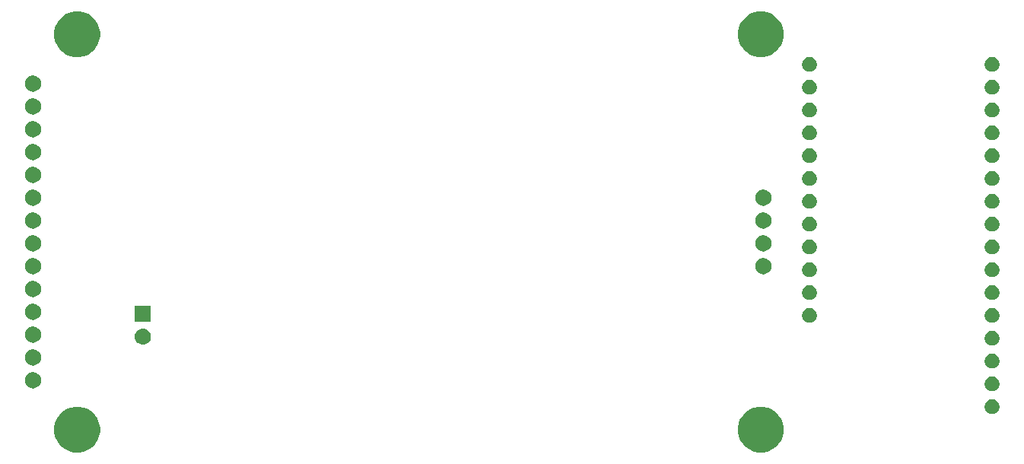
<source format=gbr>
G04 #@! TF.GenerationSoftware,KiCad,Pcbnew,(5.1.0)-1*
G04 #@! TF.CreationDate,2019-05-06T19:17:54+02:00*
G04 #@! TF.ProjectId,NesEMU,4e657345-4d55-42e6-9b69-6361645f7063,rev?*
G04 #@! TF.SameCoordinates,Original*
G04 #@! TF.FileFunction,Soldermask,Bot*
G04 #@! TF.FilePolarity,Negative*
%FSLAX46Y46*%
G04 Gerber Fmt 4.6, Leading zero omitted, Abs format (unit mm)*
G04 Created by KiCad (PCBNEW (5.1.0)-1) date 2019-05-06 19:17:54*
%MOMM*%
%LPD*%
G04 APERTURE LIST*
%ADD10C,0.100000*%
G04 APERTURE END LIST*
D10*
G36*
X84955099Y-105556634D02*
G01*
X85293355Y-105696744D01*
X85419353Y-105748934D01*
X85837169Y-106028110D01*
X86192492Y-106383433D01*
X86471668Y-106801249D01*
X86471669Y-106801251D01*
X86663968Y-107265503D01*
X86762001Y-107758348D01*
X86762001Y-108260854D01*
X86663968Y-108753699D01*
X86471669Y-109217951D01*
X86471668Y-109217953D01*
X86192492Y-109635769D01*
X85837169Y-109991092D01*
X85419353Y-110270268D01*
X85419352Y-110270269D01*
X85419351Y-110270269D01*
X84955099Y-110462568D01*
X84462254Y-110560601D01*
X83959748Y-110560601D01*
X83466903Y-110462568D01*
X83002651Y-110270269D01*
X83002650Y-110270269D01*
X83002649Y-110270268D01*
X82584833Y-109991092D01*
X82229510Y-109635769D01*
X81950334Y-109217953D01*
X81950333Y-109217951D01*
X81758034Y-108753699D01*
X81660001Y-108260854D01*
X81660001Y-107758348D01*
X81758034Y-107265503D01*
X81950333Y-106801251D01*
X81950334Y-106801249D01*
X82229510Y-106383433D01*
X82584833Y-106028110D01*
X83002649Y-105748934D01*
X83128647Y-105696744D01*
X83466903Y-105556634D01*
X83959748Y-105458601D01*
X84462254Y-105458601D01*
X84955099Y-105556634D01*
X84955099Y-105556634D01*
G37*
G36*
X161035099Y-105556634D02*
G01*
X161373355Y-105696744D01*
X161499353Y-105748934D01*
X161917169Y-106028110D01*
X162272492Y-106383433D01*
X162551668Y-106801249D01*
X162551669Y-106801251D01*
X162743968Y-107265503D01*
X162842001Y-107758348D01*
X162842001Y-108260854D01*
X162743968Y-108753699D01*
X162551669Y-109217951D01*
X162551668Y-109217953D01*
X162272492Y-109635769D01*
X161917169Y-109991092D01*
X161499353Y-110270268D01*
X161499352Y-110270269D01*
X161499351Y-110270269D01*
X161035099Y-110462568D01*
X160542254Y-110560601D01*
X160039748Y-110560601D01*
X159546903Y-110462568D01*
X159082651Y-110270269D01*
X159082650Y-110270269D01*
X159082649Y-110270268D01*
X158664833Y-109991092D01*
X158309510Y-109635769D01*
X158030334Y-109217953D01*
X158030333Y-109217951D01*
X157838034Y-108753699D01*
X157740001Y-108260854D01*
X157740001Y-107758348D01*
X157838034Y-107265503D01*
X158030333Y-106801251D01*
X158030334Y-106801249D01*
X158309510Y-106383433D01*
X158664833Y-106028110D01*
X159082649Y-105748934D01*
X159208647Y-105696744D01*
X159546903Y-105556634D01*
X160039748Y-105458601D01*
X160542254Y-105458601D01*
X161035099Y-105556634D01*
X161035099Y-105556634D01*
G37*
G36*
X186268143Y-104677843D02*
G01*
X186416102Y-104739130D01*
X186549256Y-104828100D01*
X186662502Y-104941346D01*
X186751472Y-105074500D01*
X186812759Y-105222459D01*
X186844001Y-105379526D01*
X186844001Y-105539676D01*
X186812759Y-105696743D01*
X186751472Y-105844702D01*
X186662502Y-105977856D01*
X186549256Y-106091102D01*
X186416102Y-106180072D01*
X186268143Y-106241359D01*
X186111076Y-106272601D01*
X185950926Y-106272601D01*
X185793859Y-106241359D01*
X185645900Y-106180072D01*
X185512746Y-106091102D01*
X185399500Y-105977856D01*
X185310530Y-105844702D01*
X185249243Y-105696743D01*
X185218001Y-105539676D01*
X185218001Y-105379526D01*
X185249243Y-105222459D01*
X185310530Y-105074500D01*
X185399500Y-104941346D01*
X185512746Y-104828100D01*
X185645900Y-104739130D01*
X185793859Y-104677843D01*
X185950926Y-104646601D01*
X186111076Y-104646601D01*
X186268143Y-104677843D01*
X186268143Y-104677843D01*
G37*
G36*
X186268143Y-102137843D02*
G01*
X186416102Y-102199130D01*
X186549256Y-102288100D01*
X186662502Y-102401346D01*
X186751472Y-102534500D01*
X186812759Y-102682459D01*
X186844001Y-102839526D01*
X186844001Y-102999676D01*
X186812759Y-103156743D01*
X186751472Y-103304702D01*
X186662502Y-103437856D01*
X186549256Y-103551102D01*
X186416102Y-103640072D01*
X186268143Y-103701359D01*
X186111076Y-103732601D01*
X185950926Y-103732601D01*
X185793859Y-103701359D01*
X185645900Y-103640072D01*
X185512746Y-103551102D01*
X185399500Y-103437856D01*
X185310530Y-103304702D01*
X185249243Y-103156743D01*
X185218001Y-102999676D01*
X185218001Y-102839526D01*
X185249243Y-102682459D01*
X185310530Y-102534500D01*
X185399500Y-102401346D01*
X185512746Y-102288100D01*
X185645900Y-102199130D01*
X185793859Y-102137843D01*
X185950926Y-102106601D01*
X186111076Y-102106601D01*
X186268143Y-102137843D01*
X186268143Y-102137843D01*
G37*
G36*
X79404513Y-101623528D02*
G01*
X79553813Y-101653225D01*
X79717785Y-101721145D01*
X79865355Y-101819748D01*
X79990854Y-101945247D01*
X80089457Y-102092817D01*
X80157377Y-102256789D01*
X80192001Y-102430860D01*
X80192001Y-102608342D01*
X80157377Y-102782413D01*
X80089457Y-102946385D01*
X79990854Y-103093955D01*
X79865355Y-103219454D01*
X79717785Y-103318057D01*
X79553813Y-103385977D01*
X79404513Y-103415674D01*
X79379743Y-103420601D01*
X79202259Y-103420601D01*
X79177489Y-103415674D01*
X79028189Y-103385977D01*
X78864217Y-103318057D01*
X78716647Y-103219454D01*
X78591148Y-103093955D01*
X78492545Y-102946385D01*
X78424625Y-102782413D01*
X78390001Y-102608342D01*
X78390001Y-102430860D01*
X78424625Y-102256789D01*
X78492545Y-102092817D01*
X78591148Y-101945247D01*
X78716647Y-101819748D01*
X78864217Y-101721145D01*
X79028189Y-101653225D01*
X79177489Y-101623528D01*
X79202259Y-101618601D01*
X79379743Y-101618601D01*
X79404513Y-101623528D01*
X79404513Y-101623528D01*
G37*
G36*
X186268143Y-99597843D02*
G01*
X186416102Y-99659130D01*
X186549256Y-99748100D01*
X186662502Y-99861346D01*
X186751472Y-99994500D01*
X186812759Y-100142459D01*
X186844001Y-100299526D01*
X186844001Y-100459676D01*
X186812759Y-100616743D01*
X186751472Y-100764702D01*
X186662502Y-100897856D01*
X186549256Y-101011102D01*
X186416102Y-101100072D01*
X186268143Y-101161359D01*
X186111076Y-101192601D01*
X185950926Y-101192601D01*
X185793859Y-101161359D01*
X185645900Y-101100072D01*
X185512746Y-101011102D01*
X185399500Y-100897856D01*
X185310530Y-100764702D01*
X185249243Y-100616743D01*
X185218001Y-100459676D01*
X185218001Y-100299526D01*
X185249243Y-100142459D01*
X185310530Y-99994500D01*
X185399500Y-99861346D01*
X185512746Y-99748100D01*
X185645900Y-99659130D01*
X185793859Y-99597843D01*
X185950926Y-99566601D01*
X186111076Y-99566601D01*
X186268143Y-99597843D01*
X186268143Y-99597843D01*
G37*
G36*
X79404513Y-99083528D02*
G01*
X79553813Y-99113225D01*
X79717785Y-99181145D01*
X79865355Y-99279748D01*
X79990854Y-99405247D01*
X80089457Y-99552817D01*
X80157377Y-99716789D01*
X80192001Y-99890860D01*
X80192001Y-100068342D01*
X80157377Y-100242413D01*
X80089457Y-100406385D01*
X79990854Y-100553955D01*
X79865355Y-100679454D01*
X79717785Y-100778057D01*
X79553813Y-100845977D01*
X79404513Y-100875674D01*
X79379743Y-100880601D01*
X79202259Y-100880601D01*
X79177489Y-100875674D01*
X79028189Y-100845977D01*
X78864217Y-100778057D01*
X78716647Y-100679454D01*
X78591148Y-100553955D01*
X78492545Y-100406385D01*
X78424625Y-100242413D01*
X78390001Y-100068342D01*
X78390001Y-99890860D01*
X78424625Y-99716789D01*
X78492545Y-99552817D01*
X78591148Y-99405247D01*
X78716647Y-99279748D01*
X78864217Y-99181145D01*
X79028189Y-99113225D01*
X79177489Y-99083528D01*
X79202259Y-99078601D01*
X79379743Y-99078601D01*
X79404513Y-99083528D01*
X79404513Y-99083528D01*
G37*
G36*
X186268143Y-97057843D02*
G01*
X186416102Y-97119130D01*
X186549256Y-97208100D01*
X186662502Y-97321346D01*
X186751472Y-97454500D01*
X186812759Y-97602459D01*
X186844001Y-97759526D01*
X186844001Y-97919676D01*
X186812759Y-98076743D01*
X186751472Y-98224702D01*
X186662502Y-98357856D01*
X186549256Y-98471102D01*
X186416102Y-98560072D01*
X186268143Y-98621359D01*
X186111076Y-98652601D01*
X185950926Y-98652601D01*
X185793859Y-98621359D01*
X185645900Y-98560072D01*
X185512746Y-98471102D01*
X185399500Y-98357856D01*
X185310530Y-98224702D01*
X185249243Y-98076743D01*
X185218001Y-97919676D01*
X185218001Y-97759526D01*
X185249243Y-97602459D01*
X185310530Y-97454500D01*
X185399500Y-97321346D01*
X185512746Y-97208100D01*
X185645900Y-97119130D01*
X185793859Y-97057843D01*
X185950926Y-97026601D01*
X186111076Y-97026601D01*
X186268143Y-97057843D01*
X186268143Y-97057843D01*
G37*
G36*
X91626642Y-96768518D02*
G01*
X91692827Y-96775037D01*
X91862666Y-96826557D01*
X92019191Y-96910222D01*
X92054929Y-96939552D01*
X92156386Y-97022814D01*
X92235429Y-97119130D01*
X92268978Y-97160009D01*
X92352643Y-97316534D01*
X92404163Y-97486373D01*
X92421559Y-97663000D01*
X92404163Y-97839627D01*
X92352643Y-98009466D01*
X92268978Y-98165991D01*
X92239648Y-98201729D01*
X92156386Y-98303186D01*
X92054929Y-98386448D01*
X92019191Y-98415778D01*
X91862666Y-98499443D01*
X91692827Y-98550963D01*
X91626642Y-98557482D01*
X91560460Y-98564000D01*
X91471940Y-98564000D01*
X91405758Y-98557482D01*
X91339573Y-98550963D01*
X91169734Y-98499443D01*
X91013209Y-98415778D01*
X90977471Y-98386448D01*
X90876014Y-98303186D01*
X90792752Y-98201729D01*
X90763422Y-98165991D01*
X90679757Y-98009466D01*
X90628237Y-97839627D01*
X90610841Y-97663000D01*
X90628237Y-97486373D01*
X90679757Y-97316534D01*
X90763422Y-97160009D01*
X90796971Y-97119130D01*
X90876014Y-97022814D01*
X90977471Y-96939552D01*
X91013209Y-96910222D01*
X91169734Y-96826557D01*
X91339573Y-96775037D01*
X91405758Y-96768518D01*
X91471940Y-96762000D01*
X91560460Y-96762000D01*
X91626642Y-96768518D01*
X91626642Y-96768518D01*
G37*
G36*
X79404513Y-96543528D02*
G01*
X79553813Y-96573225D01*
X79717785Y-96641145D01*
X79865355Y-96739748D01*
X79990854Y-96865247D01*
X80089457Y-97012817D01*
X80157377Y-97176789D01*
X80192001Y-97350860D01*
X80192001Y-97528342D01*
X80157377Y-97702413D01*
X80089457Y-97866385D01*
X79990854Y-98013955D01*
X79865355Y-98139454D01*
X79717785Y-98238057D01*
X79553813Y-98305977D01*
X79404513Y-98335674D01*
X79379743Y-98340601D01*
X79202259Y-98340601D01*
X79177489Y-98335674D01*
X79028189Y-98305977D01*
X78864217Y-98238057D01*
X78716647Y-98139454D01*
X78591148Y-98013955D01*
X78492545Y-97866385D01*
X78424625Y-97702413D01*
X78390001Y-97528342D01*
X78390001Y-97350860D01*
X78424625Y-97176789D01*
X78492545Y-97012817D01*
X78591148Y-96865247D01*
X78716647Y-96739748D01*
X78864217Y-96641145D01*
X79028189Y-96573225D01*
X79177489Y-96543528D01*
X79202259Y-96538601D01*
X79379743Y-96538601D01*
X79404513Y-96543528D01*
X79404513Y-96543528D01*
G37*
G36*
X186268143Y-94517843D02*
G01*
X186416102Y-94579130D01*
X186549256Y-94668100D01*
X186662502Y-94781346D01*
X186751472Y-94914500D01*
X186812759Y-95062459D01*
X186844001Y-95219526D01*
X186844001Y-95379676D01*
X186812759Y-95536743D01*
X186751472Y-95684702D01*
X186662502Y-95817856D01*
X186549256Y-95931102D01*
X186416102Y-96020072D01*
X186268143Y-96081359D01*
X186111076Y-96112601D01*
X185950926Y-96112601D01*
X185793859Y-96081359D01*
X185645900Y-96020072D01*
X185512746Y-95931102D01*
X185399500Y-95817856D01*
X185310530Y-95684702D01*
X185249243Y-95536743D01*
X185218001Y-95379676D01*
X185218001Y-95219526D01*
X185249243Y-95062459D01*
X185310530Y-94914500D01*
X185399500Y-94781346D01*
X185512746Y-94668100D01*
X185645900Y-94579130D01*
X185793859Y-94517843D01*
X185950926Y-94486601D01*
X186111076Y-94486601D01*
X186268143Y-94517843D01*
X186268143Y-94517843D01*
G37*
G36*
X165948143Y-94517843D02*
G01*
X166096102Y-94579130D01*
X166229256Y-94668100D01*
X166342502Y-94781346D01*
X166431472Y-94914500D01*
X166492759Y-95062459D01*
X166524001Y-95219526D01*
X166524001Y-95379676D01*
X166492759Y-95536743D01*
X166431472Y-95684702D01*
X166342502Y-95817856D01*
X166229256Y-95931102D01*
X166096102Y-96020072D01*
X165948143Y-96081359D01*
X165791076Y-96112601D01*
X165630926Y-96112601D01*
X165473859Y-96081359D01*
X165325900Y-96020072D01*
X165192746Y-95931102D01*
X165079500Y-95817856D01*
X164990530Y-95684702D01*
X164929243Y-95536743D01*
X164898001Y-95379676D01*
X164898001Y-95219526D01*
X164929243Y-95062459D01*
X164990530Y-94914500D01*
X165079500Y-94781346D01*
X165192746Y-94668100D01*
X165325900Y-94579130D01*
X165473859Y-94517843D01*
X165630926Y-94486601D01*
X165791076Y-94486601D01*
X165948143Y-94517843D01*
X165948143Y-94517843D01*
G37*
G36*
X92417200Y-96024000D02*
G01*
X90615200Y-96024000D01*
X90615200Y-94222000D01*
X92417200Y-94222000D01*
X92417200Y-96024000D01*
X92417200Y-96024000D01*
G37*
G36*
X79404513Y-94003528D02*
G01*
X79553813Y-94033225D01*
X79717785Y-94101145D01*
X79865355Y-94199748D01*
X79990854Y-94325247D01*
X80089457Y-94472817D01*
X80157377Y-94636789D01*
X80192001Y-94810860D01*
X80192001Y-94988342D01*
X80157377Y-95162413D01*
X80089457Y-95326385D01*
X79990854Y-95473955D01*
X79865355Y-95599454D01*
X79717785Y-95698057D01*
X79553813Y-95765977D01*
X79404513Y-95795674D01*
X79379743Y-95800601D01*
X79202259Y-95800601D01*
X79177489Y-95795674D01*
X79028189Y-95765977D01*
X78864217Y-95698057D01*
X78716647Y-95599454D01*
X78591148Y-95473955D01*
X78492545Y-95326385D01*
X78424625Y-95162413D01*
X78390001Y-94988342D01*
X78390001Y-94810860D01*
X78424625Y-94636789D01*
X78492545Y-94472817D01*
X78591148Y-94325247D01*
X78716647Y-94199748D01*
X78864217Y-94101145D01*
X79028189Y-94033225D01*
X79177489Y-94003528D01*
X79202259Y-93998601D01*
X79379743Y-93998601D01*
X79404513Y-94003528D01*
X79404513Y-94003528D01*
G37*
G36*
X165948143Y-91977843D02*
G01*
X166096102Y-92039130D01*
X166229256Y-92128100D01*
X166342502Y-92241346D01*
X166431472Y-92374500D01*
X166492759Y-92522459D01*
X166524001Y-92679526D01*
X166524001Y-92839676D01*
X166492759Y-92996743D01*
X166431472Y-93144702D01*
X166342502Y-93277856D01*
X166229256Y-93391102D01*
X166096102Y-93480072D01*
X165948143Y-93541359D01*
X165791076Y-93572601D01*
X165630926Y-93572601D01*
X165473859Y-93541359D01*
X165325900Y-93480072D01*
X165192746Y-93391102D01*
X165079500Y-93277856D01*
X164990530Y-93144702D01*
X164929243Y-92996743D01*
X164898001Y-92839676D01*
X164898001Y-92679526D01*
X164929243Y-92522459D01*
X164990530Y-92374500D01*
X165079500Y-92241346D01*
X165192746Y-92128100D01*
X165325900Y-92039130D01*
X165473859Y-91977843D01*
X165630926Y-91946601D01*
X165791076Y-91946601D01*
X165948143Y-91977843D01*
X165948143Y-91977843D01*
G37*
G36*
X186268143Y-91977843D02*
G01*
X186416102Y-92039130D01*
X186549256Y-92128100D01*
X186662502Y-92241346D01*
X186751472Y-92374500D01*
X186812759Y-92522459D01*
X186844001Y-92679526D01*
X186844001Y-92839676D01*
X186812759Y-92996743D01*
X186751472Y-93144702D01*
X186662502Y-93277856D01*
X186549256Y-93391102D01*
X186416102Y-93480072D01*
X186268143Y-93541359D01*
X186111076Y-93572601D01*
X185950926Y-93572601D01*
X185793859Y-93541359D01*
X185645900Y-93480072D01*
X185512746Y-93391102D01*
X185399500Y-93277856D01*
X185310530Y-93144702D01*
X185249243Y-92996743D01*
X185218001Y-92839676D01*
X185218001Y-92679526D01*
X185249243Y-92522459D01*
X185310530Y-92374500D01*
X185399500Y-92241346D01*
X185512746Y-92128100D01*
X185645900Y-92039130D01*
X185793859Y-91977843D01*
X185950926Y-91946601D01*
X186111076Y-91946601D01*
X186268143Y-91977843D01*
X186268143Y-91977843D01*
G37*
G36*
X79404513Y-91463528D02*
G01*
X79553813Y-91493225D01*
X79717785Y-91561145D01*
X79865355Y-91659748D01*
X79990854Y-91785247D01*
X80089457Y-91932817D01*
X80157377Y-92096789D01*
X80192001Y-92270860D01*
X80192001Y-92448342D01*
X80157377Y-92622413D01*
X80089457Y-92786385D01*
X79990854Y-92933955D01*
X79865355Y-93059454D01*
X79717785Y-93158057D01*
X79553813Y-93225977D01*
X79404513Y-93255674D01*
X79379743Y-93260601D01*
X79202259Y-93260601D01*
X79177489Y-93255674D01*
X79028189Y-93225977D01*
X78864217Y-93158057D01*
X78716647Y-93059454D01*
X78591148Y-92933955D01*
X78492545Y-92786385D01*
X78424625Y-92622413D01*
X78390001Y-92448342D01*
X78390001Y-92270860D01*
X78424625Y-92096789D01*
X78492545Y-91932817D01*
X78591148Y-91785247D01*
X78716647Y-91659748D01*
X78864217Y-91561145D01*
X79028189Y-91493225D01*
X79177489Y-91463528D01*
X79202259Y-91458601D01*
X79379743Y-91458601D01*
X79404513Y-91463528D01*
X79404513Y-91463528D01*
G37*
G36*
X186268143Y-89437843D02*
G01*
X186416102Y-89499130D01*
X186549256Y-89588100D01*
X186662502Y-89701346D01*
X186751472Y-89834500D01*
X186812759Y-89982459D01*
X186844001Y-90139526D01*
X186844001Y-90299676D01*
X186812759Y-90456743D01*
X186751472Y-90604702D01*
X186662502Y-90737856D01*
X186549256Y-90851102D01*
X186416102Y-90940072D01*
X186268143Y-91001359D01*
X186111076Y-91032601D01*
X185950926Y-91032601D01*
X185793859Y-91001359D01*
X185645900Y-90940072D01*
X185512746Y-90851102D01*
X185399500Y-90737856D01*
X185310530Y-90604702D01*
X185249243Y-90456743D01*
X185218001Y-90299676D01*
X185218001Y-90139526D01*
X185249243Y-89982459D01*
X185310530Y-89834500D01*
X185399500Y-89701346D01*
X185512746Y-89588100D01*
X185645900Y-89499130D01*
X185793859Y-89437843D01*
X185950926Y-89406601D01*
X186111076Y-89406601D01*
X186268143Y-89437843D01*
X186268143Y-89437843D01*
G37*
G36*
X165948143Y-89437843D02*
G01*
X166096102Y-89499130D01*
X166229256Y-89588100D01*
X166342502Y-89701346D01*
X166431472Y-89834500D01*
X166492759Y-89982459D01*
X166524001Y-90139526D01*
X166524001Y-90299676D01*
X166492759Y-90456743D01*
X166431472Y-90604702D01*
X166342502Y-90737856D01*
X166229256Y-90851102D01*
X166096102Y-90940072D01*
X165948143Y-91001359D01*
X165791076Y-91032601D01*
X165630926Y-91032601D01*
X165473859Y-91001359D01*
X165325900Y-90940072D01*
X165192746Y-90851102D01*
X165079500Y-90737856D01*
X164990530Y-90604702D01*
X164929243Y-90456743D01*
X164898001Y-90299676D01*
X164898001Y-90139526D01*
X164929243Y-89982459D01*
X164990530Y-89834500D01*
X165079500Y-89701346D01*
X165192746Y-89588100D01*
X165325900Y-89499130D01*
X165473859Y-89437843D01*
X165630926Y-89406601D01*
X165791076Y-89406601D01*
X165948143Y-89437843D01*
X165948143Y-89437843D01*
G37*
G36*
X79404513Y-88923528D02*
G01*
X79553813Y-88953225D01*
X79717785Y-89021145D01*
X79865355Y-89119748D01*
X79990854Y-89245247D01*
X80089457Y-89392817D01*
X80157377Y-89556789D01*
X80192001Y-89730860D01*
X80192001Y-89908342D01*
X80157377Y-90082413D01*
X80089457Y-90246385D01*
X79990854Y-90393955D01*
X79865355Y-90519454D01*
X79717785Y-90618057D01*
X79553813Y-90685977D01*
X79404513Y-90715674D01*
X79379743Y-90720601D01*
X79202259Y-90720601D01*
X79177489Y-90715674D01*
X79028189Y-90685977D01*
X78864217Y-90618057D01*
X78716647Y-90519454D01*
X78591148Y-90393955D01*
X78492545Y-90246385D01*
X78424625Y-90082413D01*
X78390001Y-89908342D01*
X78390001Y-89730860D01*
X78424625Y-89556789D01*
X78492545Y-89392817D01*
X78591148Y-89245247D01*
X78716647Y-89119748D01*
X78864217Y-89021145D01*
X79028189Y-88953225D01*
X79177489Y-88923528D01*
X79202259Y-88918601D01*
X79379743Y-88918601D01*
X79404513Y-88923528D01*
X79404513Y-88923528D01*
G37*
G36*
X160684513Y-88923528D02*
G01*
X160833813Y-88953225D01*
X160997785Y-89021145D01*
X161145355Y-89119748D01*
X161270854Y-89245247D01*
X161369457Y-89392817D01*
X161437377Y-89556789D01*
X161472001Y-89730860D01*
X161472001Y-89908342D01*
X161437377Y-90082413D01*
X161369457Y-90246385D01*
X161270854Y-90393955D01*
X161145355Y-90519454D01*
X160997785Y-90618057D01*
X160833813Y-90685977D01*
X160684513Y-90715674D01*
X160659743Y-90720601D01*
X160482259Y-90720601D01*
X160457489Y-90715674D01*
X160308189Y-90685977D01*
X160144217Y-90618057D01*
X159996647Y-90519454D01*
X159871148Y-90393955D01*
X159772545Y-90246385D01*
X159704625Y-90082413D01*
X159670001Y-89908342D01*
X159670001Y-89730860D01*
X159704625Y-89556789D01*
X159772545Y-89392817D01*
X159871148Y-89245247D01*
X159996647Y-89119748D01*
X160144217Y-89021145D01*
X160308189Y-88953225D01*
X160457489Y-88923528D01*
X160482259Y-88918601D01*
X160659743Y-88918601D01*
X160684513Y-88923528D01*
X160684513Y-88923528D01*
G37*
G36*
X186268143Y-86897843D02*
G01*
X186416102Y-86959130D01*
X186549256Y-87048100D01*
X186662502Y-87161346D01*
X186751472Y-87294500D01*
X186812759Y-87442459D01*
X186844001Y-87599526D01*
X186844001Y-87759676D01*
X186812759Y-87916743D01*
X186751472Y-88064702D01*
X186662502Y-88197856D01*
X186549256Y-88311102D01*
X186416102Y-88400072D01*
X186268143Y-88461359D01*
X186111076Y-88492601D01*
X185950926Y-88492601D01*
X185793859Y-88461359D01*
X185645900Y-88400072D01*
X185512746Y-88311102D01*
X185399500Y-88197856D01*
X185310530Y-88064702D01*
X185249243Y-87916743D01*
X185218001Y-87759676D01*
X185218001Y-87599526D01*
X185249243Y-87442459D01*
X185310530Y-87294500D01*
X185399500Y-87161346D01*
X185512746Y-87048100D01*
X185645900Y-86959130D01*
X185793859Y-86897843D01*
X185950926Y-86866601D01*
X186111076Y-86866601D01*
X186268143Y-86897843D01*
X186268143Y-86897843D01*
G37*
G36*
X165948143Y-86897843D02*
G01*
X166096102Y-86959130D01*
X166229256Y-87048100D01*
X166342502Y-87161346D01*
X166431472Y-87294500D01*
X166492759Y-87442459D01*
X166524001Y-87599526D01*
X166524001Y-87759676D01*
X166492759Y-87916743D01*
X166431472Y-88064702D01*
X166342502Y-88197856D01*
X166229256Y-88311102D01*
X166096102Y-88400072D01*
X165948143Y-88461359D01*
X165791076Y-88492601D01*
X165630926Y-88492601D01*
X165473859Y-88461359D01*
X165325900Y-88400072D01*
X165192746Y-88311102D01*
X165079500Y-88197856D01*
X164990530Y-88064702D01*
X164929243Y-87916743D01*
X164898001Y-87759676D01*
X164898001Y-87599526D01*
X164929243Y-87442459D01*
X164990530Y-87294500D01*
X165079500Y-87161346D01*
X165192746Y-87048100D01*
X165325900Y-86959130D01*
X165473859Y-86897843D01*
X165630926Y-86866601D01*
X165791076Y-86866601D01*
X165948143Y-86897843D01*
X165948143Y-86897843D01*
G37*
G36*
X160684513Y-86383528D02*
G01*
X160833813Y-86413225D01*
X160997785Y-86481145D01*
X161145355Y-86579748D01*
X161270854Y-86705247D01*
X161369457Y-86852817D01*
X161437377Y-87016789D01*
X161472001Y-87190860D01*
X161472001Y-87368342D01*
X161437377Y-87542413D01*
X161369457Y-87706385D01*
X161270854Y-87853955D01*
X161145355Y-87979454D01*
X160997785Y-88078057D01*
X160833813Y-88145977D01*
X160684513Y-88175674D01*
X160659743Y-88180601D01*
X160482259Y-88180601D01*
X160457489Y-88175674D01*
X160308189Y-88145977D01*
X160144217Y-88078057D01*
X159996647Y-87979454D01*
X159871148Y-87853955D01*
X159772545Y-87706385D01*
X159704625Y-87542413D01*
X159670001Y-87368342D01*
X159670001Y-87190860D01*
X159704625Y-87016789D01*
X159772545Y-86852817D01*
X159871148Y-86705247D01*
X159996647Y-86579748D01*
X160144217Y-86481145D01*
X160308189Y-86413225D01*
X160457489Y-86383528D01*
X160482259Y-86378601D01*
X160659743Y-86378601D01*
X160684513Y-86383528D01*
X160684513Y-86383528D01*
G37*
G36*
X79404513Y-86383528D02*
G01*
X79553813Y-86413225D01*
X79717785Y-86481145D01*
X79865355Y-86579748D01*
X79990854Y-86705247D01*
X80089457Y-86852817D01*
X80157377Y-87016789D01*
X80192001Y-87190860D01*
X80192001Y-87368342D01*
X80157377Y-87542413D01*
X80089457Y-87706385D01*
X79990854Y-87853955D01*
X79865355Y-87979454D01*
X79717785Y-88078057D01*
X79553813Y-88145977D01*
X79404513Y-88175674D01*
X79379743Y-88180601D01*
X79202259Y-88180601D01*
X79177489Y-88175674D01*
X79028189Y-88145977D01*
X78864217Y-88078057D01*
X78716647Y-87979454D01*
X78591148Y-87853955D01*
X78492545Y-87706385D01*
X78424625Y-87542413D01*
X78390001Y-87368342D01*
X78390001Y-87190860D01*
X78424625Y-87016789D01*
X78492545Y-86852817D01*
X78591148Y-86705247D01*
X78716647Y-86579748D01*
X78864217Y-86481145D01*
X79028189Y-86413225D01*
X79177489Y-86383528D01*
X79202259Y-86378601D01*
X79379743Y-86378601D01*
X79404513Y-86383528D01*
X79404513Y-86383528D01*
G37*
G36*
X186268143Y-84357843D02*
G01*
X186416102Y-84419130D01*
X186549256Y-84508100D01*
X186662502Y-84621346D01*
X186751472Y-84754500D01*
X186812759Y-84902459D01*
X186844001Y-85059526D01*
X186844001Y-85219676D01*
X186812759Y-85376743D01*
X186751472Y-85524702D01*
X186662502Y-85657856D01*
X186549256Y-85771102D01*
X186416102Y-85860072D01*
X186268143Y-85921359D01*
X186111076Y-85952601D01*
X185950926Y-85952601D01*
X185793859Y-85921359D01*
X185645900Y-85860072D01*
X185512746Y-85771102D01*
X185399500Y-85657856D01*
X185310530Y-85524702D01*
X185249243Y-85376743D01*
X185218001Y-85219676D01*
X185218001Y-85059526D01*
X185249243Y-84902459D01*
X185310530Y-84754500D01*
X185399500Y-84621346D01*
X185512746Y-84508100D01*
X185645900Y-84419130D01*
X185793859Y-84357843D01*
X185950926Y-84326601D01*
X186111076Y-84326601D01*
X186268143Y-84357843D01*
X186268143Y-84357843D01*
G37*
G36*
X165948143Y-84357843D02*
G01*
X166096102Y-84419130D01*
X166229256Y-84508100D01*
X166342502Y-84621346D01*
X166431472Y-84754500D01*
X166492759Y-84902459D01*
X166524001Y-85059526D01*
X166524001Y-85219676D01*
X166492759Y-85376743D01*
X166431472Y-85524702D01*
X166342502Y-85657856D01*
X166229256Y-85771102D01*
X166096102Y-85860072D01*
X165948143Y-85921359D01*
X165791076Y-85952601D01*
X165630926Y-85952601D01*
X165473859Y-85921359D01*
X165325900Y-85860072D01*
X165192746Y-85771102D01*
X165079500Y-85657856D01*
X164990530Y-85524702D01*
X164929243Y-85376743D01*
X164898001Y-85219676D01*
X164898001Y-85059526D01*
X164929243Y-84902459D01*
X164990530Y-84754500D01*
X165079500Y-84621346D01*
X165192746Y-84508100D01*
X165325900Y-84419130D01*
X165473859Y-84357843D01*
X165630926Y-84326601D01*
X165791076Y-84326601D01*
X165948143Y-84357843D01*
X165948143Y-84357843D01*
G37*
G36*
X160684513Y-83843528D02*
G01*
X160833813Y-83873225D01*
X160997785Y-83941145D01*
X161145355Y-84039748D01*
X161270854Y-84165247D01*
X161369457Y-84312817D01*
X161437377Y-84476789D01*
X161472001Y-84650860D01*
X161472001Y-84828342D01*
X161437377Y-85002413D01*
X161369457Y-85166385D01*
X161270854Y-85313955D01*
X161145355Y-85439454D01*
X160997785Y-85538057D01*
X160833813Y-85605977D01*
X160684513Y-85635674D01*
X160659743Y-85640601D01*
X160482259Y-85640601D01*
X160457489Y-85635674D01*
X160308189Y-85605977D01*
X160144217Y-85538057D01*
X159996647Y-85439454D01*
X159871148Y-85313955D01*
X159772545Y-85166385D01*
X159704625Y-85002413D01*
X159670001Y-84828342D01*
X159670001Y-84650860D01*
X159704625Y-84476789D01*
X159772545Y-84312817D01*
X159871148Y-84165247D01*
X159996647Y-84039748D01*
X160144217Y-83941145D01*
X160308189Y-83873225D01*
X160457489Y-83843528D01*
X160482259Y-83838601D01*
X160659743Y-83838601D01*
X160684513Y-83843528D01*
X160684513Y-83843528D01*
G37*
G36*
X79404513Y-83843528D02*
G01*
X79553813Y-83873225D01*
X79717785Y-83941145D01*
X79865355Y-84039748D01*
X79990854Y-84165247D01*
X80089457Y-84312817D01*
X80157377Y-84476789D01*
X80192001Y-84650860D01*
X80192001Y-84828342D01*
X80157377Y-85002413D01*
X80089457Y-85166385D01*
X79990854Y-85313955D01*
X79865355Y-85439454D01*
X79717785Y-85538057D01*
X79553813Y-85605977D01*
X79404513Y-85635674D01*
X79379743Y-85640601D01*
X79202259Y-85640601D01*
X79177489Y-85635674D01*
X79028189Y-85605977D01*
X78864217Y-85538057D01*
X78716647Y-85439454D01*
X78591148Y-85313955D01*
X78492545Y-85166385D01*
X78424625Y-85002413D01*
X78390001Y-84828342D01*
X78390001Y-84650860D01*
X78424625Y-84476789D01*
X78492545Y-84312817D01*
X78591148Y-84165247D01*
X78716647Y-84039748D01*
X78864217Y-83941145D01*
X79028189Y-83873225D01*
X79177489Y-83843528D01*
X79202259Y-83838601D01*
X79379743Y-83838601D01*
X79404513Y-83843528D01*
X79404513Y-83843528D01*
G37*
G36*
X165948143Y-81817843D02*
G01*
X166096102Y-81879130D01*
X166229256Y-81968100D01*
X166342502Y-82081346D01*
X166431472Y-82214500D01*
X166492759Y-82362459D01*
X166524001Y-82519526D01*
X166524001Y-82679676D01*
X166492759Y-82836743D01*
X166431472Y-82984702D01*
X166342502Y-83117856D01*
X166229256Y-83231102D01*
X166096102Y-83320072D01*
X165948143Y-83381359D01*
X165791076Y-83412601D01*
X165630926Y-83412601D01*
X165473859Y-83381359D01*
X165325900Y-83320072D01*
X165192746Y-83231102D01*
X165079500Y-83117856D01*
X164990530Y-82984702D01*
X164929243Y-82836743D01*
X164898001Y-82679676D01*
X164898001Y-82519526D01*
X164929243Y-82362459D01*
X164990530Y-82214500D01*
X165079500Y-82081346D01*
X165192746Y-81968100D01*
X165325900Y-81879130D01*
X165473859Y-81817843D01*
X165630926Y-81786601D01*
X165791076Y-81786601D01*
X165948143Y-81817843D01*
X165948143Y-81817843D01*
G37*
G36*
X186268143Y-81817843D02*
G01*
X186416102Y-81879130D01*
X186549256Y-81968100D01*
X186662502Y-82081346D01*
X186751472Y-82214500D01*
X186812759Y-82362459D01*
X186844001Y-82519526D01*
X186844001Y-82679676D01*
X186812759Y-82836743D01*
X186751472Y-82984702D01*
X186662502Y-83117856D01*
X186549256Y-83231102D01*
X186416102Y-83320072D01*
X186268143Y-83381359D01*
X186111076Y-83412601D01*
X185950926Y-83412601D01*
X185793859Y-83381359D01*
X185645900Y-83320072D01*
X185512746Y-83231102D01*
X185399500Y-83117856D01*
X185310530Y-82984702D01*
X185249243Y-82836743D01*
X185218001Y-82679676D01*
X185218001Y-82519526D01*
X185249243Y-82362459D01*
X185310530Y-82214500D01*
X185399500Y-82081346D01*
X185512746Y-81968100D01*
X185645900Y-81879130D01*
X185793859Y-81817843D01*
X185950926Y-81786601D01*
X186111076Y-81786601D01*
X186268143Y-81817843D01*
X186268143Y-81817843D01*
G37*
G36*
X160684513Y-81303528D02*
G01*
X160833813Y-81333225D01*
X160997785Y-81401145D01*
X161145355Y-81499748D01*
X161270854Y-81625247D01*
X161369457Y-81772817D01*
X161437377Y-81936789D01*
X161472001Y-82110860D01*
X161472001Y-82288342D01*
X161437377Y-82462413D01*
X161369457Y-82626385D01*
X161270854Y-82773955D01*
X161145355Y-82899454D01*
X160997785Y-82998057D01*
X160833813Y-83065977D01*
X160684513Y-83095674D01*
X160659743Y-83100601D01*
X160482259Y-83100601D01*
X160457489Y-83095674D01*
X160308189Y-83065977D01*
X160144217Y-82998057D01*
X159996647Y-82899454D01*
X159871148Y-82773955D01*
X159772545Y-82626385D01*
X159704625Y-82462413D01*
X159670001Y-82288342D01*
X159670001Y-82110860D01*
X159704625Y-81936789D01*
X159772545Y-81772817D01*
X159871148Y-81625247D01*
X159996647Y-81499748D01*
X160144217Y-81401145D01*
X160308189Y-81333225D01*
X160457489Y-81303528D01*
X160482259Y-81298601D01*
X160659743Y-81298601D01*
X160684513Y-81303528D01*
X160684513Y-81303528D01*
G37*
G36*
X79404513Y-81303528D02*
G01*
X79553813Y-81333225D01*
X79717785Y-81401145D01*
X79865355Y-81499748D01*
X79990854Y-81625247D01*
X80089457Y-81772817D01*
X80157377Y-81936789D01*
X80192001Y-82110860D01*
X80192001Y-82288342D01*
X80157377Y-82462413D01*
X80089457Y-82626385D01*
X79990854Y-82773955D01*
X79865355Y-82899454D01*
X79717785Y-82998057D01*
X79553813Y-83065977D01*
X79404513Y-83095674D01*
X79379743Y-83100601D01*
X79202259Y-83100601D01*
X79177489Y-83095674D01*
X79028189Y-83065977D01*
X78864217Y-82998057D01*
X78716647Y-82899454D01*
X78591148Y-82773955D01*
X78492545Y-82626385D01*
X78424625Y-82462413D01*
X78390001Y-82288342D01*
X78390001Y-82110860D01*
X78424625Y-81936789D01*
X78492545Y-81772817D01*
X78591148Y-81625247D01*
X78716647Y-81499748D01*
X78864217Y-81401145D01*
X79028189Y-81333225D01*
X79177489Y-81303528D01*
X79202259Y-81298601D01*
X79379743Y-81298601D01*
X79404513Y-81303528D01*
X79404513Y-81303528D01*
G37*
G36*
X186268143Y-79277843D02*
G01*
X186416102Y-79339130D01*
X186549256Y-79428100D01*
X186662502Y-79541346D01*
X186751472Y-79674500D01*
X186812759Y-79822459D01*
X186844001Y-79979526D01*
X186844001Y-80139676D01*
X186812759Y-80296743D01*
X186751472Y-80444702D01*
X186662502Y-80577856D01*
X186549256Y-80691102D01*
X186416102Y-80780072D01*
X186268143Y-80841359D01*
X186111076Y-80872601D01*
X185950926Y-80872601D01*
X185793859Y-80841359D01*
X185645900Y-80780072D01*
X185512746Y-80691102D01*
X185399500Y-80577856D01*
X185310530Y-80444702D01*
X185249243Y-80296743D01*
X185218001Y-80139676D01*
X185218001Y-79979526D01*
X185249243Y-79822459D01*
X185310530Y-79674500D01*
X185399500Y-79541346D01*
X185512746Y-79428100D01*
X185645900Y-79339130D01*
X185793859Y-79277843D01*
X185950926Y-79246601D01*
X186111076Y-79246601D01*
X186268143Y-79277843D01*
X186268143Y-79277843D01*
G37*
G36*
X165948143Y-79277843D02*
G01*
X166096102Y-79339130D01*
X166229256Y-79428100D01*
X166342502Y-79541346D01*
X166431472Y-79674500D01*
X166492759Y-79822459D01*
X166524001Y-79979526D01*
X166524001Y-80139676D01*
X166492759Y-80296743D01*
X166431472Y-80444702D01*
X166342502Y-80577856D01*
X166229256Y-80691102D01*
X166096102Y-80780072D01*
X165948143Y-80841359D01*
X165791076Y-80872601D01*
X165630926Y-80872601D01*
X165473859Y-80841359D01*
X165325900Y-80780072D01*
X165192746Y-80691102D01*
X165079500Y-80577856D01*
X164990530Y-80444702D01*
X164929243Y-80296743D01*
X164898001Y-80139676D01*
X164898001Y-79979526D01*
X164929243Y-79822459D01*
X164990530Y-79674500D01*
X165079500Y-79541346D01*
X165192746Y-79428100D01*
X165325900Y-79339130D01*
X165473859Y-79277843D01*
X165630926Y-79246601D01*
X165791076Y-79246601D01*
X165948143Y-79277843D01*
X165948143Y-79277843D01*
G37*
G36*
X79404513Y-78763528D02*
G01*
X79553813Y-78793225D01*
X79717785Y-78861145D01*
X79865355Y-78959748D01*
X79990854Y-79085247D01*
X80089457Y-79232817D01*
X80157377Y-79396789D01*
X80192001Y-79570860D01*
X80192001Y-79748342D01*
X80157377Y-79922413D01*
X80089457Y-80086385D01*
X79990854Y-80233955D01*
X79865355Y-80359454D01*
X79717785Y-80458057D01*
X79553813Y-80525977D01*
X79404513Y-80555674D01*
X79379743Y-80560601D01*
X79202259Y-80560601D01*
X79177489Y-80555674D01*
X79028189Y-80525977D01*
X78864217Y-80458057D01*
X78716647Y-80359454D01*
X78591148Y-80233955D01*
X78492545Y-80086385D01*
X78424625Y-79922413D01*
X78390001Y-79748342D01*
X78390001Y-79570860D01*
X78424625Y-79396789D01*
X78492545Y-79232817D01*
X78591148Y-79085247D01*
X78716647Y-78959748D01*
X78864217Y-78861145D01*
X79028189Y-78793225D01*
X79177489Y-78763528D01*
X79202259Y-78758601D01*
X79379743Y-78758601D01*
X79404513Y-78763528D01*
X79404513Y-78763528D01*
G37*
G36*
X186268143Y-76737843D02*
G01*
X186416102Y-76799130D01*
X186549256Y-76888100D01*
X186662502Y-77001346D01*
X186751472Y-77134500D01*
X186812759Y-77282459D01*
X186844001Y-77439526D01*
X186844001Y-77599676D01*
X186812759Y-77756743D01*
X186751472Y-77904702D01*
X186662502Y-78037856D01*
X186549256Y-78151102D01*
X186416102Y-78240072D01*
X186268143Y-78301359D01*
X186111076Y-78332601D01*
X185950926Y-78332601D01*
X185793859Y-78301359D01*
X185645900Y-78240072D01*
X185512746Y-78151102D01*
X185399500Y-78037856D01*
X185310530Y-77904702D01*
X185249243Y-77756743D01*
X185218001Y-77599676D01*
X185218001Y-77439526D01*
X185249243Y-77282459D01*
X185310530Y-77134500D01*
X185399500Y-77001346D01*
X185512746Y-76888100D01*
X185645900Y-76799130D01*
X185793859Y-76737843D01*
X185950926Y-76706601D01*
X186111076Y-76706601D01*
X186268143Y-76737843D01*
X186268143Y-76737843D01*
G37*
G36*
X165948143Y-76737843D02*
G01*
X166096102Y-76799130D01*
X166229256Y-76888100D01*
X166342502Y-77001346D01*
X166431472Y-77134500D01*
X166492759Y-77282459D01*
X166524001Y-77439526D01*
X166524001Y-77599676D01*
X166492759Y-77756743D01*
X166431472Y-77904702D01*
X166342502Y-78037856D01*
X166229256Y-78151102D01*
X166096102Y-78240072D01*
X165948143Y-78301359D01*
X165791076Y-78332601D01*
X165630926Y-78332601D01*
X165473859Y-78301359D01*
X165325900Y-78240072D01*
X165192746Y-78151102D01*
X165079500Y-78037856D01*
X164990530Y-77904702D01*
X164929243Y-77756743D01*
X164898001Y-77599676D01*
X164898001Y-77439526D01*
X164929243Y-77282459D01*
X164990530Y-77134500D01*
X165079500Y-77001346D01*
X165192746Y-76888100D01*
X165325900Y-76799130D01*
X165473859Y-76737843D01*
X165630926Y-76706601D01*
X165791076Y-76706601D01*
X165948143Y-76737843D01*
X165948143Y-76737843D01*
G37*
G36*
X79404513Y-76223528D02*
G01*
X79553813Y-76253225D01*
X79717785Y-76321145D01*
X79865355Y-76419748D01*
X79990854Y-76545247D01*
X80089457Y-76692817D01*
X80157377Y-76856789D01*
X80192001Y-77030860D01*
X80192001Y-77208342D01*
X80157377Y-77382413D01*
X80089457Y-77546385D01*
X79990854Y-77693955D01*
X79865355Y-77819454D01*
X79717785Y-77918057D01*
X79553813Y-77985977D01*
X79404513Y-78015674D01*
X79379743Y-78020601D01*
X79202259Y-78020601D01*
X79177489Y-78015674D01*
X79028189Y-77985977D01*
X78864217Y-77918057D01*
X78716647Y-77819454D01*
X78591148Y-77693955D01*
X78492545Y-77546385D01*
X78424625Y-77382413D01*
X78390001Y-77208342D01*
X78390001Y-77030860D01*
X78424625Y-76856789D01*
X78492545Y-76692817D01*
X78591148Y-76545247D01*
X78716647Y-76419748D01*
X78864217Y-76321145D01*
X79028189Y-76253225D01*
X79177489Y-76223528D01*
X79202259Y-76218601D01*
X79379743Y-76218601D01*
X79404513Y-76223528D01*
X79404513Y-76223528D01*
G37*
G36*
X186268143Y-74197843D02*
G01*
X186416102Y-74259130D01*
X186549256Y-74348100D01*
X186662502Y-74461346D01*
X186751472Y-74594500D01*
X186812759Y-74742459D01*
X186844001Y-74899526D01*
X186844001Y-75059676D01*
X186812759Y-75216743D01*
X186751472Y-75364702D01*
X186662502Y-75497856D01*
X186549256Y-75611102D01*
X186416102Y-75700072D01*
X186268143Y-75761359D01*
X186111076Y-75792601D01*
X185950926Y-75792601D01*
X185793859Y-75761359D01*
X185645900Y-75700072D01*
X185512746Y-75611102D01*
X185399500Y-75497856D01*
X185310530Y-75364702D01*
X185249243Y-75216743D01*
X185218001Y-75059676D01*
X185218001Y-74899526D01*
X185249243Y-74742459D01*
X185310530Y-74594500D01*
X185399500Y-74461346D01*
X185512746Y-74348100D01*
X185645900Y-74259130D01*
X185793859Y-74197843D01*
X185950926Y-74166601D01*
X186111076Y-74166601D01*
X186268143Y-74197843D01*
X186268143Y-74197843D01*
G37*
G36*
X165948143Y-74197843D02*
G01*
X166096102Y-74259130D01*
X166229256Y-74348100D01*
X166342502Y-74461346D01*
X166431472Y-74594500D01*
X166492759Y-74742459D01*
X166524001Y-74899526D01*
X166524001Y-75059676D01*
X166492759Y-75216743D01*
X166431472Y-75364702D01*
X166342502Y-75497856D01*
X166229256Y-75611102D01*
X166096102Y-75700072D01*
X165948143Y-75761359D01*
X165791076Y-75792601D01*
X165630926Y-75792601D01*
X165473859Y-75761359D01*
X165325900Y-75700072D01*
X165192746Y-75611102D01*
X165079500Y-75497856D01*
X164990530Y-75364702D01*
X164929243Y-75216743D01*
X164898001Y-75059676D01*
X164898001Y-74899526D01*
X164929243Y-74742459D01*
X164990530Y-74594500D01*
X165079500Y-74461346D01*
X165192746Y-74348100D01*
X165325900Y-74259130D01*
X165473859Y-74197843D01*
X165630926Y-74166601D01*
X165791076Y-74166601D01*
X165948143Y-74197843D01*
X165948143Y-74197843D01*
G37*
G36*
X79404513Y-73683528D02*
G01*
X79553813Y-73713225D01*
X79717785Y-73781145D01*
X79865355Y-73879748D01*
X79990854Y-74005247D01*
X80089457Y-74152817D01*
X80157377Y-74316789D01*
X80192001Y-74490860D01*
X80192001Y-74668342D01*
X80157377Y-74842413D01*
X80089457Y-75006385D01*
X79990854Y-75153955D01*
X79865355Y-75279454D01*
X79717785Y-75378057D01*
X79553813Y-75445977D01*
X79404513Y-75475674D01*
X79379743Y-75480601D01*
X79202259Y-75480601D01*
X79177489Y-75475674D01*
X79028189Y-75445977D01*
X78864217Y-75378057D01*
X78716647Y-75279454D01*
X78591148Y-75153955D01*
X78492545Y-75006385D01*
X78424625Y-74842413D01*
X78390001Y-74668342D01*
X78390001Y-74490860D01*
X78424625Y-74316789D01*
X78492545Y-74152817D01*
X78591148Y-74005247D01*
X78716647Y-73879748D01*
X78864217Y-73781145D01*
X79028189Y-73713225D01*
X79177489Y-73683528D01*
X79202259Y-73678601D01*
X79379743Y-73678601D01*
X79404513Y-73683528D01*
X79404513Y-73683528D01*
G37*
G36*
X186268143Y-71657843D02*
G01*
X186416102Y-71719130D01*
X186549256Y-71808100D01*
X186662502Y-71921346D01*
X186751472Y-72054500D01*
X186812759Y-72202459D01*
X186844001Y-72359526D01*
X186844001Y-72519676D01*
X186812759Y-72676743D01*
X186751472Y-72824702D01*
X186662502Y-72957856D01*
X186549256Y-73071102D01*
X186416102Y-73160072D01*
X186268143Y-73221359D01*
X186111076Y-73252601D01*
X185950926Y-73252601D01*
X185793859Y-73221359D01*
X185645900Y-73160072D01*
X185512746Y-73071102D01*
X185399500Y-72957856D01*
X185310530Y-72824702D01*
X185249243Y-72676743D01*
X185218001Y-72519676D01*
X185218001Y-72359526D01*
X185249243Y-72202459D01*
X185310530Y-72054500D01*
X185399500Y-71921346D01*
X185512746Y-71808100D01*
X185645900Y-71719130D01*
X185793859Y-71657843D01*
X185950926Y-71626601D01*
X186111076Y-71626601D01*
X186268143Y-71657843D01*
X186268143Y-71657843D01*
G37*
G36*
X165948143Y-71657843D02*
G01*
X166096102Y-71719130D01*
X166229256Y-71808100D01*
X166342502Y-71921346D01*
X166431472Y-72054500D01*
X166492759Y-72202459D01*
X166524001Y-72359526D01*
X166524001Y-72519676D01*
X166492759Y-72676743D01*
X166431472Y-72824702D01*
X166342502Y-72957856D01*
X166229256Y-73071102D01*
X166096102Y-73160072D01*
X165948143Y-73221359D01*
X165791076Y-73252601D01*
X165630926Y-73252601D01*
X165473859Y-73221359D01*
X165325900Y-73160072D01*
X165192746Y-73071102D01*
X165079500Y-72957856D01*
X164990530Y-72824702D01*
X164929243Y-72676743D01*
X164898001Y-72519676D01*
X164898001Y-72359526D01*
X164929243Y-72202459D01*
X164990530Y-72054500D01*
X165079500Y-71921346D01*
X165192746Y-71808100D01*
X165325900Y-71719130D01*
X165473859Y-71657843D01*
X165630926Y-71626601D01*
X165791076Y-71626601D01*
X165948143Y-71657843D01*
X165948143Y-71657843D01*
G37*
G36*
X79404513Y-71143528D02*
G01*
X79553813Y-71173225D01*
X79717785Y-71241145D01*
X79865355Y-71339748D01*
X79990854Y-71465247D01*
X80089457Y-71612817D01*
X80157377Y-71776789D01*
X80192001Y-71950860D01*
X80192001Y-72128342D01*
X80157377Y-72302413D01*
X80089457Y-72466385D01*
X79990854Y-72613955D01*
X79865355Y-72739454D01*
X79717785Y-72838057D01*
X79553813Y-72905977D01*
X79404513Y-72935674D01*
X79379743Y-72940601D01*
X79202259Y-72940601D01*
X79177489Y-72935674D01*
X79028189Y-72905977D01*
X78864217Y-72838057D01*
X78716647Y-72739454D01*
X78591148Y-72613955D01*
X78492545Y-72466385D01*
X78424625Y-72302413D01*
X78390001Y-72128342D01*
X78390001Y-71950860D01*
X78424625Y-71776789D01*
X78492545Y-71612817D01*
X78591148Y-71465247D01*
X78716647Y-71339748D01*
X78864217Y-71241145D01*
X79028189Y-71173225D01*
X79177489Y-71143528D01*
X79202259Y-71138601D01*
X79379743Y-71138601D01*
X79404513Y-71143528D01*
X79404513Y-71143528D01*
G37*
G36*
X186268143Y-69117843D02*
G01*
X186416102Y-69179130D01*
X186549256Y-69268100D01*
X186662502Y-69381346D01*
X186751472Y-69514500D01*
X186812759Y-69662459D01*
X186844001Y-69819526D01*
X186844001Y-69979676D01*
X186812759Y-70136743D01*
X186751472Y-70284702D01*
X186662502Y-70417856D01*
X186549256Y-70531102D01*
X186416102Y-70620072D01*
X186268143Y-70681359D01*
X186111076Y-70712601D01*
X185950926Y-70712601D01*
X185793859Y-70681359D01*
X185645900Y-70620072D01*
X185512746Y-70531102D01*
X185399500Y-70417856D01*
X185310530Y-70284702D01*
X185249243Y-70136743D01*
X185218001Y-69979676D01*
X185218001Y-69819526D01*
X185249243Y-69662459D01*
X185310530Y-69514500D01*
X185399500Y-69381346D01*
X185512746Y-69268100D01*
X185645900Y-69179130D01*
X185793859Y-69117843D01*
X185950926Y-69086601D01*
X186111076Y-69086601D01*
X186268143Y-69117843D01*
X186268143Y-69117843D01*
G37*
G36*
X165948143Y-69117843D02*
G01*
X166096102Y-69179130D01*
X166229256Y-69268100D01*
X166342502Y-69381346D01*
X166431472Y-69514500D01*
X166492759Y-69662459D01*
X166524001Y-69819526D01*
X166524001Y-69979676D01*
X166492759Y-70136743D01*
X166431472Y-70284702D01*
X166342502Y-70417856D01*
X166229256Y-70531102D01*
X166096102Y-70620072D01*
X165948143Y-70681359D01*
X165791076Y-70712601D01*
X165630926Y-70712601D01*
X165473859Y-70681359D01*
X165325900Y-70620072D01*
X165192746Y-70531102D01*
X165079500Y-70417856D01*
X164990530Y-70284702D01*
X164929243Y-70136743D01*
X164898001Y-69979676D01*
X164898001Y-69819526D01*
X164929243Y-69662459D01*
X164990530Y-69514500D01*
X165079500Y-69381346D01*
X165192746Y-69268100D01*
X165325900Y-69179130D01*
X165473859Y-69117843D01*
X165630926Y-69086601D01*
X165791076Y-69086601D01*
X165948143Y-69117843D01*
X165948143Y-69117843D01*
G37*
G36*
X79404513Y-68603528D02*
G01*
X79553813Y-68633225D01*
X79717785Y-68701145D01*
X79865355Y-68799748D01*
X79990854Y-68925247D01*
X80089457Y-69072817D01*
X80157377Y-69236789D01*
X80192001Y-69410860D01*
X80192001Y-69588342D01*
X80157377Y-69762413D01*
X80089457Y-69926385D01*
X79990854Y-70073955D01*
X79865355Y-70199454D01*
X79717785Y-70298057D01*
X79553813Y-70365977D01*
X79404513Y-70395674D01*
X79379743Y-70400601D01*
X79202259Y-70400601D01*
X79177489Y-70395674D01*
X79028189Y-70365977D01*
X78864217Y-70298057D01*
X78716647Y-70199454D01*
X78591148Y-70073955D01*
X78492545Y-69926385D01*
X78424625Y-69762413D01*
X78390001Y-69588342D01*
X78390001Y-69410860D01*
X78424625Y-69236789D01*
X78492545Y-69072817D01*
X78591148Y-68925247D01*
X78716647Y-68799748D01*
X78864217Y-68701145D01*
X79028189Y-68633225D01*
X79177489Y-68603528D01*
X79202259Y-68598601D01*
X79379743Y-68598601D01*
X79404513Y-68603528D01*
X79404513Y-68603528D01*
G37*
G36*
X165948143Y-66577843D02*
G01*
X166096102Y-66639130D01*
X166229256Y-66728100D01*
X166342502Y-66841346D01*
X166431472Y-66974500D01*
X166492759Y-67122459D01*
X166524001Y-67279526D01*
X166524001Y-67439676D01*
X166492759Y-67596743D01*
X166431472Y-67744702D01*
X166342502Y-67877856D01*
X166229256Y-67991102D01*
X166096102Y-68080072D01*
X165948143Y-68141359D01*
X165791076Y-68172601D01*
X165630926Y-68172601D01*
X165473859Y-68141359D01*
X165325900Y-68080072D01*
X165192746Y-67991102D01*
X165079500Y-67877856D01*
X164990530Y-67744702D01*
X164929243Y-67596743D01*
X164898001Y-67439676D01*
X164898001Y-67279526D01*
X164929243Y-67122459D01*
X164990530Y-66974500D01*
X165079500Y-66841346D01*
X165192746Y-66728100D01*
X165325900Y-66639130D01*
X165473859Y-66577843D01*
X165630926Y-66546601D01*
X165791076Y-66546601D01*
X165948143Y-66577843D01*
X165948143Y-66577843D01*
G37*
G36*
X186268143Y-66577843D02*
G01*
X186416102Y-66639130D01*
X186549256Y-66728100D01*
X186662502Y-66841346D01*
X186751472Y-66974500D01*
X186812759Y-67122459D01*
X186844001Y-67279526D01*
X186844001Y-67439676D01*
X186812759Y-67596743D01*
X186751472Y-67744702D01*
X186662502Y-67877856D01*
X186549256Y-67991102D01*
X186416102Y-68080072D01*
X186268143Y-68141359D01*
X186111076Y-68172601D01*
X185950926Y-68172601D01*
X185793859Y-68141359D01*
X185645900Y-68080072D01*
X185512746Y-67991102D01*
X185399500Y-67877856D01*
X185310530Y-67744702D01*
X185249243Y-67596743D01*
X185218001Y-67439676D01*
X185218001Y-67279526D01*
X185249243Y-67122459D01*
X185310530Y-66974500D01*
X185399500Y-66841346D01*
X185512746Y-66728100D01*
X185645900Y-66639130D01*
X185793859Y-66577843D01*
X185950926Y-66546601D01*
X186111076Y-66546601D01*
X186268143Y-66577843D01*
X186268143Y-66577843D01*
G37*
G36*
X84955099Y-61556634D02*
G01*
X85419351Y-61748933D01*
X85419353Y-61748934D01*
X85837169Y-62028110D01*
X86192492Y-62383433D01*
X86471668Y-62801249D01*
X86471669Y-62801251D01*
X86663968Y-63265503D01*
X86762001Y-63758348D01*
X86762001Y-64260854D01*
X86663968Y-64753699D01*
X86471669Y-65217951D01*
X86471668Y-65217953D01*
X86192492Y-65635769D01*
X85837169Y-65991092D01*
X85419353Y-66270268D01*
X85419352Y-66270269D01*
X85419351Y-66270269D01*
X84955099Y-66462568D01*
X84462254Y-66560601D01*
X83959748Y-66560601D01*
X83466903Y-66462568D01*
X83002651Y-66270269D01*
X83002650Y-66270269D01*
X83002649Y-66270268D01*
X82584833Y-65991092D01*
X82229510Y-65635769D01*
X81950334Y-65217953D01*
X81950333Y-65217951D01*
X81758034Y-64753699D01*
X81660001Y-64260854D01*
X81660001Y-63758348D01*
X81758034Y-63265503D01*
X81950333Y-62801251D01*
X81950334Y-62801249D01*
X82229510Y-62383433D01*
X82584833Y-62028110D01*
X83002649Y-61748934D01*
X83002651Y-61748933D01*
X83466903Y-61556634D01*
X83959748Y-61458601D01*
X84462254Y-61458601D01*
X84955099Y-61556634D01*
X84955099Y-61556634D01*
G37*
G36*
X161035099Y-61556634D02*
G01*
X161499351Y-61748933D01*
X161499353Y-61748934D01*
X161917169Y-62028110D01*
X162272492Y-62383433D01*
X162551668Y-62801249D01*
X162551669Y-62801251D01*
X162743968Y-63265503D01*
X162842001Y-63758348D01*
X162842001Y-64260854D01*
X162743968Y-64753699D01*
X162551669Y-65217951D01*
X162551668Y-65217953D01*
X162272492Y-65635769D01*
X161917169Y-65991092D01*
X161499353Y-66270268D01*
X161499352Y-66270269D01*
X161499351Y-66270269D01*
X161035099Y-66462568D01*
X160542254Y-66560601D01*
X160039748Y-66560601D01*
X159546903Y-66462568D01*
X159082651Y-66270269D01*
X159082650Y-66270269D01*
X159082649Y-66270268D01*
X158664833Y-65991092D01*
X158309510Y-65635769D01*
X158030334Y-65217953D01*
X158030333Y-65217951D01*
X157838034Y-64753699D01*
X157740001Y-64260854D01*
X157740001Y-63758348D01*
X157838034Y-63265503D01*
X158030333Y-62801251D01*
X158030334Y-62801249D01*
X158309510Y-62383433D01*
X158664833Y-62028110D01*
X159082649Y-61748934D01*
X159082651Y-61748933D01*
X159546903Y-61556634D01*
X160039748Y-61458601D01*
X160542254Y-61458601D01*
X161035099Y-61556634D01*
X161035099Y-61556634D01*
G37*
M02*

</source>
